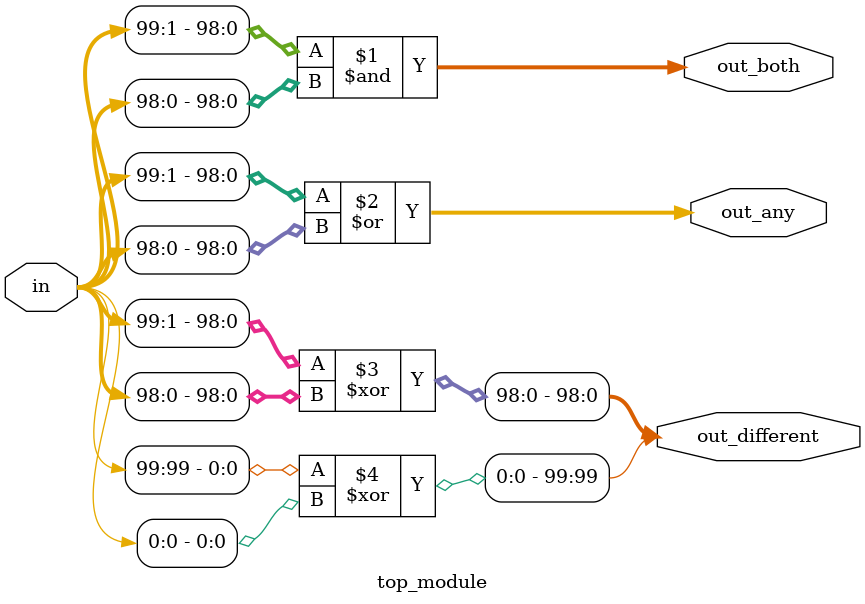
<source format=sv>
module top_module (
  input [99:0] in,
  output [98:0] out_both,
  output [99:1] out_any,
  output [99:0] out_different
);

  assign out_both = in[99:1] & in[98:0];    // Perform bit-wise AND operation
  
  assign out_any = in[99:1] | in[98:0];    // Perform bit-wise OR operation
  
  assign out_different = {in[99] ^ in[0], in[99:1] ^ in[98:0]};  // Perform bit-wise XOR operation
  
endmodule

</source>
